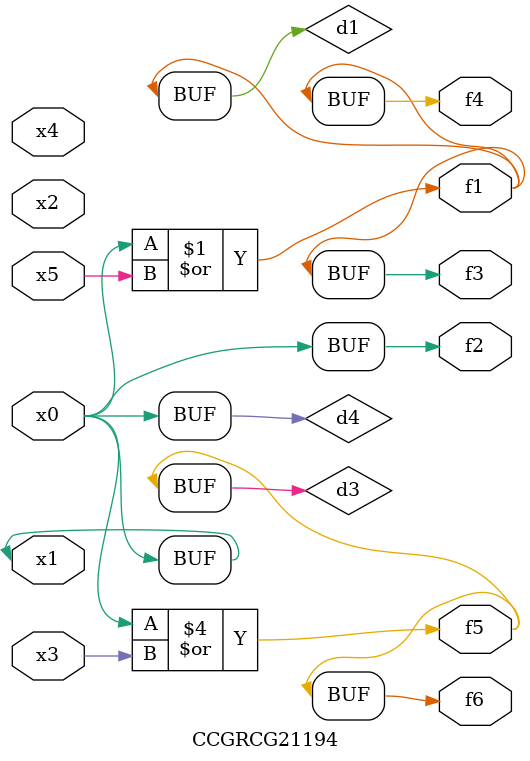
<source format=v>
module CCGRCG21194(
	input x0, x1, x2, x3, x4, x5,
	output f1, f2, f3, f4, f5, f6
);

	wire d1, d2, d3, d4;

	or (d1, x0, x5);
	xnor (d2, x1, x4);
	or (d3, x0, x3);
	buf (d4, x0, x1);
	assign f1 = d1;
	assign f2 = d4;
	assign f3 = d1;
	assign f4 = d1;
	assign f5 = d3;
	assign f6 = d3;
endmodule

</source>
